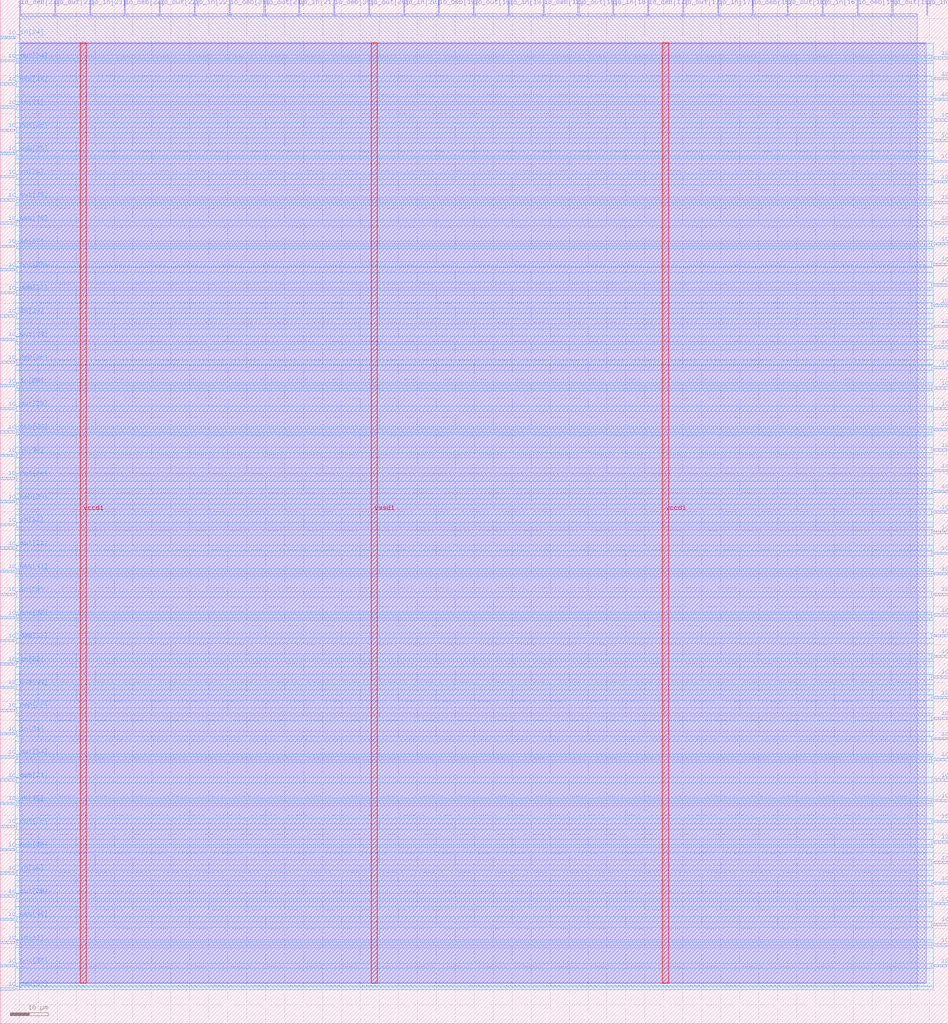
<source format=lef>
VERSION 5.7 ;
  NOWIREEXTENSIONATPIN ON ;
  DIVIDERCHAR "/" ;
  BUSBITCHARS "[]" ;
MACRO tiny_user_project
  CLASS BLOCK ;
  FOREIGN tiny_user_project ;
  ORIGIN 0.000 0.000 ;
  SIZE 250.000 BY 270.000 ;
  PIN io_in[0]
    DIRECTION INPUT ;
    USE SIGNAL ;
    PORT
      LAYER met3 ;
        RECT 246.000 15.000 250.000 15.600 ;
    END
  END io_in[0]
  PIN io_in[10]
    DIRECTION INPUT ;
    USE SIGNAL ;
    PORT
      LAYER met3 ;
        RECT 246.000 178.200 250.000 178.800 ;
    END
  END io_in[10]
  PIN io_in[11]
    DIRECTION INPUT ;
    USE SIGNAL ;
    PORT
      LAYER met3 ;
        RECT 246.000 194.520 250.000 195.120 ;
    END
  END io_in[11]
  PIN io_in[12]
    DIRECTION INPUT ;
    USE SIGNAL ;
    PORT
      LAYER met3 ;
        RECT 246.000 210.840 250.000 211.440 ;
    END
  END io_in[12]
  PIN io_in[13]
    DIRECTION INPUT ;
    USE SIGNAL ;
    PORT
      LAYER met3 ;
        RECT 246.000 227.160 250.000 227.760 ;
    END
  END io_in[13]
  PIN io_in[14]
    DIRECTION INPUT ;
    USE SIGNAL ;
    PORT
      LAYER met3 ;
        RECT 246.000 243.480 250.000 244.080 ;
    END
  END io_in[14]
  PIN io_in[15]
    DIRECTION INPUT ;
    USE SIGNAL ;
    PORT
      LAYER met2 ;
        RECT 244.350 266.000 244.630 270.000 ;
    END
  END io_in[15]
  PIN io_in[16]
    DIRECTION INPUT ;
    USE SIGNAL ;
    PORT
      LAYER met2 ;
        RECT 216.750 266.000 217.030 270.000 ;
    END
  END io_in[16]
  PIN io_in[17]
    DIRECTION INPUT ;
    USE SIGNAL ;
    PORT
      LAYER met2 ;
        RECT 189.150 266.000 189.430 270.000 ;
    END
  END io_in[17]
  PIN io_in[18]
    DIRECTION INPUT ;
    USE SIGNAL ;
    PORT
      LAYER met2 ;
        RECT 161.550 266.000 161.830 270.000 ;
    END
  END io_in[18]
  PIN io_in[19]
    DIRECTION INPUT ;
    USE SIGNAL ;
    PORT
      LAYER met2 ;
        RECT 133.950 266.000 134.230 270.000 ;
    END
  END io_in[19]
  PIN io_in[1]
    DIRECTION INPUT ;
    USE SIGNAL ;
    PORT
      LAYER met3 ;
        RECT 246.000 31.320 250.000 31.920 ;
    END
  END io_in[1]
  PIN io_in[20]
    DIRECTION INPUT ;
    USE SIGNAL ;
    PORT
      LAYER met2 ;
        RECT 106.350 266.000 106.630 270.000 ;
    END
  END io_in[20]
  PIN io_in[21]
    DIRECTION INPUT ;
    USE SIGNAL ;
    PORT
      LAYER met2 ;
        RECT 78.750 266.000 79.030 270.000 ;
    END
  END io_in[21]
  PIN io_in[22]
    DIRECTION INPUT ;
    USE SIGNAL ;
    PORT
      LAYER met2 ;
        RECT 51.150 266.000 51.430 270.000 ;
    END
  END io_in[22]
  PIN io_in[23]
    DIRECTION INPUT ;
    USE SIGNAL ;
    PORT
      LAYER met2 ;
        RECT 23.550 266.000 23.830 270.000 ;
    END
  END io_in[23]
  PIN io_in[24]
    DIRECTION INPUT ;
    USE SIGNAL ;
    PORT
      LAYER met3 ;
        RECT 0.000 259.800 4.000 260.400 ;
    END
  END io_in[24]
  PIN io_in[25]
    DIRECTION INPUT ;
    USE SIGNAL ;
    PORT
      LAYER met3 ;
        RECT 0.000 241.440 4.000 242.040 ;
    END
  END io_in[25]
  PIN io_in[26]
    DIRECTION INPUT ;
    USE SIGNAL ;
    PORT
      LAYER met3 ;
        RECT 0.000 223.080 4.000 223.680 ;
    END
  END io_in[26]
  PIN io_in[27]
    DIRECTION INPUT ;
    USE SIGNAL ;
    PORT
      LAYER met3 ;
        RECT 0.000 204.720 4.000 205.320 ;
    END
  END io_in[27]
  PIN io_in[28]
    DIRECTION INPUT ;
    USE SIGNAL ;
    PORT
      LAYER met3 ;
        RECT 0.000 186.360 4.000 186.960 ;
    END
  END io_in[28]
  PIN io_in[29]
    DIRECTION INPUT ;
    USE SIGNAL ;
    PORT
      LAYER met3 ;
        RECT 0.000 168.000 4.000 168.600 ;
    END
  END io_in[29]
  PIN io_in[2]
    DIRECTION INPUT ;
    USE SIGNAL ;
    PORT
      LAYER met3 ;
        RECT 246.000 47.640 250.000 48.240 ;
    END
  END io_in[2]
  PIN io_in[30]
    DIRECTION INPUT ;
    USE SIGNAL ;
    PORT
      LAYER met3 ;
        RECT 0.000 149.640 4.000 150.240 ;
    END
  END io_in[30]
  PIN io_in[31]
    DIRECTION INPUT ;
    USE SIGNAL ;
    PORT
      LAYER met3 ;
        RECT 0.000 131.280 4.000 131.880 ;
    END
  END io_in[31]
  PIN io_in[32]
    DIRECTION INPUT ;
    USE SIGNAL ;
    PORT
      LAYER met3 ;
        RECT 0.000 112.920 4.000 113.520 ;
    END
  END io_in[32]
  PIN io_in[33]
    DIRECTION INPUT ;
    USE SIGNAL ;
    PORT
      LAYER met3 ;
        RECT 0.000 94.560 4.000 95.160 ;
    END
  END io_in[33]
  PIN io_in[34]
    DIRECTION INPUT ;
    USE SIGNAL ;
    PORT
      LAYER met3 ;
        RECT 0.000 76.200 4.000 76.800 ;
    END
  END io_in[34]
  PIN io_in[35]
    DIRECTION INPUT ;
    USE SIGNAL ;
    PORT
      LAYER met3 ;
        RECT 0.000 57.840 4.000 58.440 ;
    END
  END io_in[35]
  PIN io_in[36]
    DIRECTION INPUT ;
    USE SIGNAL ;
    PORT
      LAYER met3 ;
        RECT 0.000 39.480 4.000 40.080 ;
    END
  END io_in[36]
  PIN io_in[37]
    DIRECTION INPUT ;
    USE SIGNAL ;
    PORT
      LAYER met3 ;
        RECT 0.000 21.120 4.000 21.720 ;
    END
  END io_in[37]
  PIN io_in[3]
    DIRECTION INPUT ;
    USE SIGNAL ;
    PORT
      LAYER met3 ;
        RECT 246.000 63.960 250.000 64.560 ;
    END
  END io_in[3]
  PIN io_in[4]
    DIRECTION INPUT ;
    USE SIGNAL ;
    PORT
      LAYER met3 ;
        RECT 246.000 80.280 250.000 80.880 ;
    END
  END io_in[4]
  PIN io_in[5]
    DIRECTION INPUT ;
    USE SIGNAL ;
    PORT
      LAYER met3 ;
        RECT 246.000 96.600 250.000 97.200 ;
    END
  END io_in[5]
  PIN io_in[6]
    DIRECTION INPUT ;
    USE SIGNAL ;
    PORT
      LAYER met3 ;
        RECT 246.000 112.920 250.000 113.520 ;
    END
  END io_in[6]
  PIN io_in[7]
    DIRECTION INPUT ;
    USE SIGNAL ;
    PORT
      LAYER met3 ;
        RECT 246.000 129.240 250.000 129.840 ;
    END
  END io_in[7]
  PIN io_in[8]
    DIRECTION INPUT ;
    USE SIGNAL ;
    PORT
      LAYER met3 ;
        RECT 246.000 145.560 250.000 146.160 ;
    END
  END io_in[8]
  PIN io_in[9]
    DIRECTION INPUT ;
    USE SIGNAL ;
    PORT
      LAYER met3 ;
        RECT 246.000 161.880 250.000 162.480 ;
    END
  END io_in[9]
  PIN io_oeb[0]
    DIRECTION OUTPUT TRISTATE ;
    USE SIGNAL ;
    PORT
      LAYER met3 ;
        RECT 246.000 25.880 250.000 26.480 ;
    END
  END io_oeb[0]
  PIN io_oeb[10]
    DIRECTION OUTPUT TRISTATE ;
    USE SIGNAL ;
    PORT
      LAYER met3 ;
        RECT 246.000 189.080 250.000 189.680 ;
    END
  END io_oeb[10]
  PIN io_oeb[11]
    DIRECTION OUTPUT TRISTATE ;
    USE SIGNAL ;
    PORT
      LAYER met3 ;
        RECT 246.000 205.400 250.000 206.000 ;
    END
  END io_oeb[11]
  PIN io_oeb[12]
    DIRECTION OUTPUT TRISTATE ;
    USE SIGNAL ;
    PORT
      LAYER met3 ;
        RECT 246.000 221.720 250.000 222.320 ;
    END
  END io_oeb[12]
  PIN io_oeb[13]
    DIRECTION OUTPUT TRISTATE ;
    USE SIGNAL ;
    PORT
      LAYER met3 ;
        RECT 246.000 238.040 250.000 238.640 ;
    END
  END io_oeb[13]
  PIN io_oeb[14]
    DIRECTION OUTPUT TRISTATE ;
    USE SIGNAL ;
    PORT
      LAYER met3 ;
        RECT 246.000 254.360 250.000 254.960 ;
    END
  END io_oeb[14]
  PIN io_oeb[15]
    DIRECTION OUTPUT TRISTATE ;
    USE SIGNAL ;
    PORT
      LAYER met2 ;
        RECT 225.950 266.000 226.230 270.000 ;
    END
  END io_oeb[15]
  PIN io_oeb[16]
    DIRECTION OUTPUT TRISTATE ;
    USE SIGNAL ;
    PORT
      LAYER met2 ;
        RECT 198.350 266.000 198.630 270.000 ;
    END
  END io_oeb[16]
  PIN io_oeb[17]
    DIRECTION OUTPUT TRISTATE ;
    USE SIGNAL ;
    PORT
      LAYER met2 ;
        RECT 170.750 266.000 171.030 270.000 ;
    END
  END io_oeb[17]
  PIN io_oeb[18]
    DIRECTION OUTPUT TRISTATE ;
    USE SIGNAL ;
    PORT
      LAYER met2 ;
        RECT 143.150 266.000 143.430 270.000 ;
    END
  END io_oeb[18]
  PIN io_oeb[19]
    DIRECTION OUTPUT TRISTATE ;
    USE SIGNAL ;
    PORT
      LAYER met2 ;
        RECT 115.550 266.000 115.830 270.000 ;
    END
  END io_oeb[19]
  PIN io_oeb[1]
    DIRECTION OUTPUT TRISTATE ;
    USE SIGNAL ;
    PORT
      LAYER met3 ;
        RECT 246.000 42.200 250.000 42.800 ;
    END
  END io_oeb[1]
  PIN io_oeb[20]
    DIRECTION OUTPUT TRISTATE ;
    USE SIGNAL ;
    PORT
      LAYER met2 ;
        RECT 87.950 266.000 88.230 270.000 ;
    END
  END io_oeb[20]
  PIN io_oeb[21]
    DIRECTION OUTPUT TRISTATE ;
    USE SIGNAL ;
    PORT
      LAYER met2 ;
        RECT 60.350 266.000 60.630 270.000 ;
    END
  END io_oeb[21]
  PIN io_oeb[22]
    DIRECTION OUTPUT TRISTATE ;
    USE SIGNAL ;
    PORT
      LAYER met2 ;
        RECT 32.750 266.000 33.030 270.000 ;
    END
  END io_oeb[22]
  PIN io_oeb[23]
    DIRECTION OUTPUT TRISTATE ;
    USE SIGNAL ;
    PORT
      LAYER met2 ;
        RECT 5.150 266.000 5.430 270.000 ;
    END
  END io_oeb[23]
  PIN io_oeb[24]
    DIRECTION OUTPUT TRISTATE ;
    USE SIGNAL ;
    PORT
      LAYER met3 ;
        RECT 0.000 247.560 4.000 248.160 ;
    END
  END io_oeb[24]
  PIN io_oeb[25]
    DIRECTION OUTPUT TRISTATE ;
    USE SIGNAL ;
    PORT
      LAYER met3 ;
        RECT 0.000 229.200 4.000 229.800 ;
    END
  END io_oeb[25]
  PIN io_oeb[26]
    DIRECTION OUTPUT TRISTATE ;
    USE SIGNAL ;
    PORT
      LAYER met3 ;
        RECT 0.000 210.840 4.000 211.440 ;
    END
  END io_oeb[26]
  PIN io_oeb[27]
    DIRECTION OUTPUT TRISTATE ;
    USE SIGNAL ;
    PORT
      LAYER met3 ;
        RECT 0.000 192.480 4.000 193.080 ;
    END
  END io_oeb[27]
  PIN io_oeb[28]
    DIRECTION OUTPUT TRISTATE ;
    USE SIGNAL ;
    PORT
      LAYER met3 ;
        RECT 0.000 174.120 4.000 174.720 ;
    END
  END io_oeb[28]
  PIN io_oeb[29]
    DIRECTION OUTPUT TRISTATE ;
    USE SIGNAL ;
    PORT
      LAYER met3 ;
        RECT 0.000 155.760 4.000 156.360 ;
    END
  END io_oeb[29]
  PIN io_oeb[2]
    DIRECTION OUTPUT TRISTATE ;
    USE SIGNAL ;
    PORT
      LAYER met3 ;
        RECT 246.000 58.520 250.000 59.120 ;
    END
  END io_oeb[2]
  PIN io_oeb[30]
    DIRECTION OUTPUT TRISTATE ;
    USE SIGNAL ;
    PORT
      LAYER met3 ;
        RECT 0.000 137.400 4.000 138.000 ;
    END
  END io_oeb[30]
  PIN io_oeb[31]
    DIRECTION OUTPUT TRISTATE ;
    USE SIGNAL ;
    PORT
      LAYER met3 ;
        RECT 0.000 119.040 4.000 119.640 ;
    END
  END io_oeb[31]
  PIN io_oeb[32]
    DIRECTION OUTPUT TRISTATE ;
    USE SIGNAL ;
    PORT
      LAYER met3 ;
        RECT 0.000 100.680 4.000 101.280 ;
    END
  END io_oeb[32]
  PIN io_oeb[33]
    DIRECTION OUTPUT TRISTATE ;
    USE SIGNAL ;
    PORT
      LAYER met3 ;
        RECT 0.000 82.320 4.000 82.920 ;
    END
  END io_oeb[33]
  PIN io_oeb[34]
    DIRECTION OUTPUT TRISTATE ;
    USE SIGNAL ;
    PORT
      LAYER met3 ;
        RECT 0.000 63.960 4.000 64.560 ;
    END
  END io_oeb[34]
  PIN io_oeb[35]
    DIRECTION OUTPUT TRISTATE ;
    USE SIGNAL ;
    PORT
      LAYER met3 ;
        RECT 0.000 45.600 4.000 46.200 ;
    END
  END io_oeb[35]
  PIN io_oeb[36]
    DIRECTION OUTPUT TRISTATE ;
    USE SIGNAL ;
    PORT
      LAYER met3 ;
        RECT 0.000 27.240 4.000 27.840 ;
    END
  END io_oeb[36]
  PIN io_oeb[37]
    DIRECTION OUTPUT TRISTATE ;
    USE SIGNAL ;
    PORT
      LAYER met3 ;
        RECT 0.000 8.880 4.000 9.480 ;
    END
  END io_oeb[37]
  PIN io_oeb[3]
    DIRECTION OUTPUT TRISTATE ;
    USE SIGNAL ;
    PORT
      LAYER met3 ;
        RECT 246.000 74.840 250.000 75.440 ;
    END
  END io_oeb[3]
  PIN io_oeb[4]
    DIRECTION OUTPUT TRISTATE ;
    USE SIGNAL ;
    PORT
      LAYER met3 ;
        RECT 246.000 91.160 250.000 91.760 ;
    END
  END io_oeb[4]
  PIN io_oeb[5]
    DIRECTION OUTPUT TRISTATE ;
    USE SIGNAL ;
    PORT
      LAYER met3 ;
        RECT 246.000 107.480 250.000 108.080 ;
    END
  END io_oeb[5]
  PIN io_oeb[6]
    DIRECTION OUTPUT TRISTATE ;
    USE SIGNAL ;
    PORT
      LAYER met3 ;
        RECT 246.000 123.800 250.000 124.400 ;
    END
  END io_oeb[6]
  PIN io_oeb[7]
    DIRECTION OUTPUT TRISTATE ;
    USE SIGNAL ;
    PORT
      LAYER met3 ;
        RECT 246.000 140.120 250.000 140.720 ;
    END
  END io_oeb[7]
  PIN io_oeb[8]
    DIRECTION OUTPUT TRISTATE ;
    USE SIGNAL ;
    PORT
      LAYER met3 ;
        RECT 246.000 156.440 250.000 157.040 ;
    END
  END io_oeb[8]
  PIN io_oeb[9]
    DIRECTION OUTPUT TRISTATE ;
    USE SIGNAL ;
    PORT
      LAYER met3 ;
        RECT 246.000 172.760 250.000 173.360 ;
    END
  END io_oeb[9]
  PIN io_out[0]
    DIRECTION OUTPUT TRISTATE ;
    USE SIGNAL ;
    PORT
      LAYER met3 ;
        RECT 246.000 20.440 250.000 21.040 ;
    END
  END io_out[0]
  PIN io_out[10]
    DIRECTION OUTPUT TRISTATE ;
    USE SIGNAL ;
    PORT
      LAYER met3 ;
        RECT 246.000 183.640 250.000 184.240 ;
    END
  END io_out[10]
  PIN io_out[11]
    DIRECTION OUTPUT TRISTATE ;
    USE SIGNAL ;
    PORT
      LAYER met3 ;
        RECT 246.000 199.960 250.000 200.560 ;
    END
  END io_out[11]
  PIN io_out[12]
    DIRECTION OUTPUT TRISTATE ;
    USE SIGNAL ;
    PORT
      LAYER met3 ;
        RECT 246.000 216.280 250.000 216.880 ;
    END
  END io_out[12]
  PIN io_out[13]
    DIRECTION OUTPUT TRISTATE ;
    USE SIGNAL ;
    PORT
      LAYER met3 ;
        RECT 246.000 232.600 250.000 233.200 ;
    END
  END io_out[13]
  PIN io_out[14]
    DIRECTION OUTPUT TRISTATE ;
    USE SIGNAL ;
    PORT
      LAYER met3 ;
        RECT 246.000 248.920 250.000 249.520 ;
    END
  END io_out[14]
  PIN io_out[15]
    DIRECTION OUTPUT TRISTATE ;
    USE SIGNAL ;
    PORT
      LAYER met2 ;
        RECT 235.150 266.000 235.430 270.000 ;
    END
  END io_out[15]
  PIN io_out[16]
    DIRECTION OUTPUT TRISTATE ;
    USE SIGNAL ;
    PORT
      LAYER met2 ;
        RECT 207.550 266.000 207.830 270.000 ;
    END
  END io_out[16]
  PIN io_out[17]
    DIRECTION OUTPUT TRISTATE ;
    USE SIGNAL ;
    PORT
      LAYER met2 ;
        RECT 179.950 266.000 180.230 270.000 ;
    END
  END io_out[17]
  PIN io_out[18]
    DIRECTION OUTPUT TRISTATE ;
    USE SIGNAL ;
    PORT
      LAYER met2 ;
        RECT 152.350 266.000 152.630 270.000 ;
    END
  END io_out[18]
  PIN io_out[19]
    DIRECTION OUTPUT TRISTATE ;
    USE SIGNAL ;
    PORT
      LAYER met2 ;
        RECT 124.750 266.000 125.030 270.000 ;
    END
  END io_out[19]
  PIN io_out[1]
    DIRECTION OUTPUT TRISTATE ;
    USE SIGNAL ;
    PORT
      LAYER met3 ;
        RECT 246.000 36.760 250.000 37.360 ;
    END
  END io_out[1]
  PIN io_out[20]
    DIRECTION OUTPUT TRISTATE ;
    USE SIGNAL ;
    PORT
      LAYER met2 ;
        RECT 97.150 266.000 97.430 270.000 ;
    END
  END io_out[20]
  PIN io_out[21]
    DIRECTION OUTPUT TRISTATE ;
    USE SIGNAL ;
    PORT
      LAYER met2 ;
        RECT 69.550 266.000 69.830 270.000 ;
    END
  END io_out[21]
  PIN io_out[22]
    DIRECTION OUTPUT TRISTATE ;
    USE SIGNAL ;
    PORT
      LAYER met2 ;
        RECT 41.950 266.000 42.230 270.000 ;
    END
  END io_out[22]
  PIN io_out[23]
    DIRECTION OUTPUT TRISTATE ;
    USE SIGNAL ;
    PORT
      LAYER met2 ;
        RECT 14.350 266.000 14.630 270.000 ;
    END
  END io_out[23]
  PIN io_out[24]
    DIRECTION OUTPUT TRISTATE ;
    USE SIGNAL ;
    PORT
      LAYER met3 ;
        RECT 0.000 253.680 4.000 254.280 ;
    END
  END io_out[24]
  PIN io_out[25]
    DIRECTION OUTPUT TRISTATE ;
    USE SIGNAL ;
    PORT
      LAYER met3 ;
        RECT 0.000 235.320 4.000 235.920 ;
    END
  END io_out[25]
  PIN io_out[26]
    DIRECTION OUTPUT TRISTATE ;
    USE SIGNAL ;
    PORT
      LAYER met3 ;
        RECT 0.000 216.960 4.000 217.560 ;
    END
  END io_out[26]
  PIN io_out[27]
    DIRECTION OUTPUT TRISTATE ;
    USE SIGNAL ;
    PORT
      LAYER met3 ;
        RECT 0.000 198.600 4.000 199.200 ;
    END
  END io_out[27]
  PIN io_out[28]
    DIRECTION OUTPUT TRISTATE ;
    USE SIGNAL ;
    PORT
      LAYER met3 ;
        RECT 0.000 180.240 4.000 180.840 ;
    END
  END io_out[28]
  PIN io_out[29]
    DIRECTION OUTPUT TRISTATE ;
    USE SIGNAL ;
    PORT
      LAYER met3 ;
        RECT 0.000 161.880 4.000 162.480 ;
    END
  END io_out[29]
  PIN io_out[2]
    DIRECTION OUTPUT TRISTATE ;
    USE SIGNAL ;
    PORT
      LAYER met3 ;
        RECT 246.000 53.080 250.000 53.680 ;
    END
  END io_out[2]
  PIN io_out[30]
    DIRECTION OUTPUT TRISTATE ;
    USE SIGNAL ;
    PORT
      LAYER met3 ;
        RECT 0.000 143.520 4.000 144.120 ;
    END
  END io_out[30]
  PIN io_out[31]
    DIRECTION OUTPUT TRISTATE ;
    USE SIGNAL ;
    PORT
      LAYER met3 ;
        RECT 0.000 125.160 4.000 125.760 ;
    END
  END io_out[31]
  PIN io_out[32]
    DIRECTION OUTPUT TRISTATE ;
    USE SIGNAL ;
    PORT
      LAYER met3 ;
        RECT 0.000 106.800 4.000 107.400 ;
    END
  END io_out[32]
  PIN io_out[33]
    DIRECTION OUTPUT TRISTATE ;
    USE SIGNAL ;
    PORT
      LAYER met3 ;
        RECT 0.000 88.440 4.000 89.040 ;
    END
  END io_out[33]
  PIN io_out[34]
    DIRECTION OUTPUT TRISTATE ;
    USE SIGNAL ;
    PORT
      LAYER met3 ;
        RECT 0.000 70.080 4.000 70.680 ;
    END
  END io_out[34]
  PIN io_out[35]
    DIRECTION OUTPUT TRISTATE ;
    USE SIGNAL ;
    PORT
      LAYER met3 ;
        RECT 0.000 51.720 4.000 52.320 ;
    END
  END io_out[35]
  PIN io_out[36]
    DIRECTION OUTPUT TRISTATE ;
    USE SIGNAL ;
    PORT
      LAYER met3 ;
        RECT 0.000 33.360 4.000 33.960 ;
    END
  END io_out[36]
  PIN io_out[37]
    DIRECTION OUTPUT TRISTATE ;
    USE SIGNAL ;
    PORT
      LAYER met3 ;
        RECT 0.000 15.000 4.000 15.600 ;
    END
  END io_out[37]
  PIN io_out[3]
    DIRECTION OUTPUT TRISTATE ;
    USE SIGNAL ;
    PORT
      LAYER met3 ;
        RECT 246.000 69.400 250.000 70.000 ;
    END
  END io_out[3]
  PIN io_out[4]
    DIRECTION OUTPUT TRISTATE ;
    USE SIGNAL ;
    PORT
      LAYER met3 ;
        RECT 246.000 85.720 250.000 86.320 ;
    END
  END io_out[4]
  PIN io_out[5]
    DIRECTION OUTPUT TRISTATE ;
    USE SIGNAL ;
    PORT
      LAYER met3 ;
        RECT 246.000 102.040 250.000 102.640 ;
    END
  END io_out[5]
  PIN io_out[6]
    DIRECTION OUTPUT TRISTATE ;
    USE SIGNAL ;
    PORT
      LAYER met3 ;
        RECT 246.000 118.360 250.000 118.960 ;
    END
  END io_out[6]
  PIN io_out[7]
    DIRECTION OUTPUT TRISTATE ;
    USE SIGNAL ;
    PORT
      LAYER met3 ;
        RECT 246.000 134.680 250.000 135.280 ;
    END
  END io_out[7]
  PIN io_out[8]
    DIRECTION OUTPUT TRISTATE ;
    USE SIGNAL ;
    PORT
      LAYER met3 ;
        RECT 246.000 151.000 250.000 151.600 ;
    END
  END io_out[8]
  PIN io_out[9]
    DIRECTION OUTPUT TRISTATE ;
    USE SIGNAL ;
    PORT
      LAYER met3 ;
        RECT 246.000 167.320 250.000 167.920 ;
    END
  END io_out[9]
  PIN vccd1
    DIRECTION INOUT ;
    USE POWER ;
    PORT
      LAYER met4 ;
        RECT 21.040 10.640 22.640 258.640 ;
    END
    PORT
      LAYER met4 ;
        RECT 174.640 10.640 176.240 258.640 ;
    END
  END vccd1
  PIN vssd1
    DIRECTION INOUT ;
    USE GROUND ;
    PORT
      LAYER met4 ;
        RECT 97.840 10.640 99.440 258.640 ;
    END
  END vssd1
  OBS
      LAYER li1 ;
        RECT 5.520 10.795 244.260 258.485 ;
      LAYER met1 ;
        RECT 5.130 10.640 244.260 258.640 ;
      LAYER met2 ;
        RECT 5.710 265.720 14.070 266.290 ;
        RECT 14.910 265.720 23.270 266.290 ;
        RECT 24.110 265.720 32.470 266.290 ;
        RECT 33.310 265.720 41.670 266.290 ;
        RECT 42.510 265.720 50.870 266.290 ;
        RECT 51.710 265.720 60.070 266.290 ;
        RECT 60.910 265.720 69.270 266.290 ;
        RECT 70.110 265.720 78.470 266.290 ;
        RECT 79.310 265.720 87.670 266.290 ;
        RECT 88.510 265.720 96.870 266.290 ;
        RECT 97.710 265.720 106.070 266.290 ;
        RECT 106.910 265.720 115.270 266.290 ;
        RECT 116.110 265.720 124.470 266.290 ;
        RECT 125.310 265.720 133.670 266.290 ;
        RECT 134.510 265.720 142.870 266.290 ;
        RECT 143.710 265.720 152.070 266.290 ;
        RECT 152.910 265.720 161.270 266.290 ;
        RECT 162.110 265.720 170.470 266.290 ;
        RECT 171.310 265.720 179.670 266.290 ;
        RECT 180.510 265.720 188.870 266.290 ;
        RECT 189.710 265.720 198.070 266.290 ;
        RECT 198.910 265.720 207.270 266.290 ;
        RECT 208.110 265.720 216.470 266.290 ;
        RECT 217.310 265.720 225.670 266.290 ;
        RECT 226.510 265.720 234.870 266.290 ;
        RECT 235.710 265.720 241.870 266.290 ;
        RECT 5.160 8.995 241.870 265.720 ;
      LAYER met3 ;
        RECT 4.000 255.360 246.000 258.565 ;
        RECT 4.000 254.680 245.600 255.360 ;
        RECT 4.400 253.960 245.600 254.680 ;
        RECT 4.400 253.280 246.000 253.960 ;
        RECT 4.000 249.920 246.000 253.280 ;
        RECT 4.000 248.560 245.600 249.920 ;
        RECT 4.400 248.520 245.600 248.560 ;
        RECT 4.400 247.160 246.000 248.520 ;
        RECT 4.000 244.480 246.000 247.160 ;
        RECT 4.000 243.080 245.600 244.480 ;
        RECT 4.000 242.440 246.000 243.080 ;
        RECT 4.400 241.040 246.000 242.440 ;
        RECT 4.000 239.040 246.000 241.040 ;
        RECT 4.000 237.640 245.600 239.040 ;
        RECT 4.000 236.320 246.000 237.640 ;
        RECT 4.400 234.920 246.000 236.320 ;
        RECT 4.000 233.600 246.000 234.920 ;
        RECT 4.000 232.200 245.600 233.600 ;
        RECT 4.000 230.200 246.000 232.200 ;
        RECT 4.400 228.800 246.000 230.200 ;
        RECT 4.000 228.160 246.000 228.800 ;
        RECT 4.000 226.760 245.600 228.160 ;
        RECT 4.000 224.080 246.000 226.760 ;
        RECT 4.400 222.720 246.000 224.080 ;
        RECT 4.400 222.680 245.600 222.720 ;
        RECT 4.000 221.320 245.600 222.680 ;
        RECT 4.000 217.960 246.000 221.320 ;
        RECT 4.400 217.280 246.000 217.960 ;
        RECT 4.400 216.560 245.600 217.280 ;
        RECT 4.000 215.880 245.600 216.560 ;
        RECT 4.000 211.840 246.000 215.880 ;
        RECT 4.400 210.440 245.600 211.840 ;
        RECT 4.000 206.400 246.000 210.440 ;
        RECT 4.000 205.720 245.600 206.400 ;
        RECT 4.400 205.000 245.600 205.720 ;
        RECT 4.400 204.320 246.000 205.000 ;
        RECT 4.000 200.960 246.000 204.320 ;
        RECT 4.000 199.600 245.600 200.960 ;
        RECT 4.400 199.560 245.600 199.600 ;
        RECT 4.400 198.200 246.000 199.560 ;
        RECT 4.000 195.520 246.000 198.200 ;
        RECT 4.000 194.120 245.600 195.520 ;
        RECT 4.000 193.480 246.000 194.120 ;
        RECT 4.400 192.080 246.000 193.480 ;
        RECT 4.000 190.080 246.000 192.080 ;
        RECT 4.000 188.680 245.600 190.080 ;
        RECT 4.000 187.360 246.000 188.680 ;
        RECT 4.400 185.960 246.000 187.360 ;
        RECT 4.000 184.640 246.000 185.960 ;
        RECT 4.000 183.240 245.600 184.640 ;
        RECT 4.000 181.240 246.000 183.240 ;
        RECT 4.400 179.840 246.000 181.240 ;
        RECT 4.000 179.200 246.000 179.840 ;
        RECT 4.000 177.800 245.600 179.200 ;
        RECT 4.000 175.120 246.000 177.800 ;
        RECT 4.400 173.760 246.000 175.120 ;
        RECT 4.400 173.720 245.600 173.760 ;
        RECT 4.000 172.360 245.600 173.720 ;
        RECT 4.000 169.000 246.000 172.360 ;
        RECT 4.400 168.320 246.000 169.000 ;
        RECT 4.400 167.600 245.600 168.320 ;
        RECT 4.000 166.920 245.600 167.600 ;
        RECT 4.000 162.880 246.000 166.920 ;
        RECT 4.400 161.480 245.600 162.880 ;
        RECT 4.000 157.440 246.000 161.480 ;
        RECT 4.000 156.760 245.600 157.440 ;
        RECT 4.400 156.040 245.600 156.760 ;
        RECT 4.400 155.360 246.000 156.040 ;
        RECT 4.000 152.000 246.000 155.360 ;
        RECT 4.000 150.640 245.600 152.000 ;
        RECT 4.400 150.600 245.600 150.640 ;
        RECT 4.400 149.240 246.000 150.600 ;
        RECT 4.000 146.560 246.000 149.240 ;
        RECT 4.000 145.160 245.600 146.560 ;
        RECT 4.000 144.520 246.000 145.160 ;
        RECT 4.400 143.120 246.000 144.520 ;
        RECT 4.000 141.120 246.000 143.120 ;
        RECT 4.000 139.720 245.600 141.120 ;
        RECT 4.000 138.400 246.000 139.720 ;
        RECT 4.400 137.000 246.000 138.400 ;
        RECT 4.000 135.680 246.000 137.000 ;
        RECT 4.000 134.280 245.600 135.680 ;
        RECT 4.000 132.280 246.000 134.280 ;
        RECT 4.400 130.880 246.000 132.280 ;
        RECT 4.000 130.240 246.000 130.880 ;
        RECT 4.000 128.840 245.600 130.240 ;
        RECT 4.000 126.160 246.000 128.840 ;
        RECT 4.400 124.800 246.000 126.160 ;
        RECT 4.400 124.760 245.600 124.800 ;
        RECT 4.000 123.400 245.600 124.760 ;
        RECT 4.000 120.040 246.000 123.400 ;
        RECT 4.400 119.360 246.000 120.040 ;
        RECT 4.400 118.640 245.600 119.360 ;
        RECT 4.000 117.960 245.600 118.640 ;
        RECT 4.000 113.920 246.000 117.960 ;
        RECT 4.400 112.520 245.600 113.920 ;
        RECT 4.000 108.480 246.000 112.520 ;
        RECT 4.000 107.800 245.600 108.480 ;
        RECT 4.400 107.080 245.600 107.800 ;
        RECT 4.400 106.400 246.000 107.080 ;
        RECT 4.000 103.040 246.000 106.400 ;
        RECT 4.000 101.680 245.600 103.040 ;
        RECT 4.400 101.640 245.600 101.680 ;
        RECT 4.400 100.280 246.000 101.640 ;
        RECT 4.000 97.600 246.000 100.280 ;
        RECT 4.000 96.200 245.600 97.600 ;
        RECT 4.000 95.560 246.000 96.200 ;
        RECT 4.400 94.160 246.000 95.560 ;
        RECT 4.000 92.160 246.000 94.160 ;
        RECT 4.000 90.760 245.600 92.160 ;
        RECT 4.000 89.440 246.000 90.760 ;
        RECT 4.400 88.040 246.000 89.440 ;
        RECT 4.000 86.720 246.000 88.040 ;
        RECT 4.000 85.320 245.600 86.720 ;
        RECT 4.000 83.320 246.000 85.320 ;
        RECT 4.400 81.920 246.000 83.320 ;
        RECT 4.000 81.280 246.000 81.920 ;
        RECT 4.000 79.880 245.600 81.280 ;
        RECT 4.000 77.200 246.000 79.880 ;
        RECT 4.400 75.840 246.000 77.200 ;
        RECT 4.400 75.800 245.600 75.840 ;
        RECT 4.000 74.440 245.600 75.800 ;
        RECT 4.000 71.080 246.000 74.440 ;
        RECT 4.400 70.400 246.000 71.080 ;
        RECT 4.400 69.680 245.600 70.400 ;
        RECT 4.000 69.000 245.600 69.680 ;
        RECT 4.000 64.960 246.000 69.000 ;
        RECT 4.400 63.560 245.600 64.960 ;
        RECT 4.000 59.520 246.000 63.560 ;
        RECT 4.000 58.840 245.600 59.520 ;
        RECT 4.400 58.120 245.600 58.840 ;
        RECT 4.400 57.440 246.000 58.120 ;
        RECT 4.000 54.080 246.000 57.440 ;
        RECT 4.000 52.720 245.600 54.080 ;
        RECT 4.400 52.680 245.600 52.720 ;
        RECT 4.400 51.320 246.000 52.680 ;
        RECT 4.000 48.640 246.000 51.320 ;
        RECT 4.000 47.240 245.600 48.640 ;
        RECT 4.000 46.600 246.000 47.240 ;
        RECT 4.400 45.200 246.000 46.600 ;
        RECT 4.000 43.200 246.000 45.200 ;
        RECT 4.000 41.800 245.600 43.200 ;
        RECT 4.000 40.480 246.000 41.800 ;
        RECT 4.400 39.080 246.000 40.480 ;
        RECT 4.000 37.760 246.000 39.080 ;
        RECT 4.000 36.360 245.600 37.760 ;
        RECT 4.000 34.360 246.000 36.360 ;
        RECT 4.400 32.960 246.000 34.360 ;
        RECT 4.000 32.320 246.000 32.960 ;
        RECT 4.000 30.920 245.600 32.320 ;
        RECT 4.000 28.240 246.000 30.920 ;
        RECT 4.400 26.880 246.000 28.240 ;
        RECT 4.400 26.840 245.600 26.880 ;
        RECT 4.000 25.480 245.600 26.840 ;
        RECT 4.000 22.120 246.000 25.480 ;
        RECT 4.400 21.440 246.000 22.120 ;
        RECT 4.400 20.720 245.600 21.440 ;
        RECT 4.000 20.040 245.600 20.720 ;
        RECT 4.000 16.000 246.000 20.040 ;
        RECT 4.400 14.600 245.600 16.000 ;
        RECT 4.000 9.880 246.000 14.600 ;
        RECT 4.400 9.015 246.000 9.880 ;
  END
END tiny_user_project
END LIBRARY


</source>
